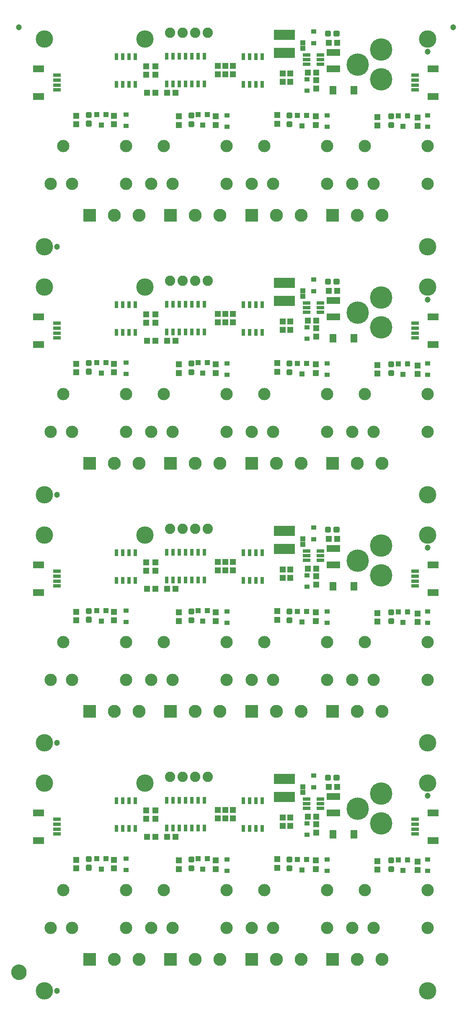
<source format=gts>
G04 EAGLE Gerber RS-274X export*
G75*
%MOMM*%
%FSLAX34Y34*%
%LPD*%
%INSoldermask Top*%
%IPPOS*%
%AMOC8*
5,1,8,0,0,1.08239X$1,22.5*%
G01*
%ADD10R,1.303200X1.203200*%
%ADD11R,1.033200X0.833200*%
%ADD12C,0.505344*%
%ADD13R,2.203200X1.403200*%
%ADD14R,1.553200X0.803200*%
%ADD15C,2.489200*%
%ADD16R,1.203200X1.303200*%
%ADD17C,3.505200*%
%ADD18R,1.003200X1.103200*%
%ADD19R,2.616200X2.616200*%
%ADD20C,2.616200*%
%ADD21C,1.203200*%
%ADD22C,2.082800*%
%ADD23R,0.803200X1.403200*%
%ADD24C,4.521200*%
%ADD25R,2.703200X1.403200*%
%ADD26R,1.473200X1.673200*%
%ADD27R,1.553200X0.753200*%
%ADD28R,1.103200X1.053200*%
%ADD29R,4.303200X2.053200*%
%ADD30C,1.270000*%
%ADD31C,1.703200*%


D10*
X273440Y336550D03*
X290440Y336550D03*
D11*
X190500Y291981D03*
X190500Y268981D03*
D12*
X119060Y277547D02*
X112080Y277547D01*
X119060Y277547D02*
X119060Y270567D01*
X112080Y270567D01*
X112080Y277547D01*
X112080Y275367D02*
X119060Y275367D01*
X119060Y295087D02*
X112080Y295087D01*
X119060Y295087D02*
X119060Y288107D01*
X112080Y288107D01*
X112080Y295087D01*
X112080Y292907D02*
X119060Y292907D01*
D13*
X811450Y328870D03*
X811450Y384870D03*
D14*
X774700Y341870D03*
X774700Y351870D03*
X774700Y361870D03*
X774700Y371870D03*
D13*
X14050Y384870D03*
X14050Y328870D03*
D14*
X50800Y371870D03*
X50800Y361870D03*
X50800Y351870D03*
X50800Y341870D03*
D15*
X63500Y228600D03*
X190500Y152400D03*
X190500Y228600D03*
X38100Y152400D03*
X81280Y152400D03*
D16*
X166370Y272766D03*
X166370Y289766D03*
X90170Y272766D03*
X90170Y289766D03*
D10*
X232800Y336550D03*
X249800Y336550D03*
D17*
X25400Y444500D03*
X800100Y444500D03*
D16*
X375920Y373770D03*
X375920Y390770D03*
D10*
X600084Y436880D03*
X617084Y436880D03*
D12*
X612594Y452440D02*
X612594Y459420D01*
X619574Y459420D01*
X619574Y452440D01*
X612594Y452440D01*
X612594Y457240D02*
X619574Y457240D01*
X595054Y459420D02*
X595054Y452440D01*
X595054Y459420D02*
X602034Y459420D01*
X602034Y452440D01*
X595054Y452440D01*
X595054Y457240D02*
X602034Y457240D01*
D18*
X150470Y291940D03*
X131470Y291940D03*
X140970Y270940D03*
D17*
X25400Y25400D03*
X800100Y25400D03*
D19*
X116840Y88900D03*
D20*
X166840Y88900D03*
X216840Y88900D03*
D21*
X50800Y25400D03*
X800100Y419100D03*
D22*
X355600Y457200D03*
X330200Y457200D03*
X304800Y457200D03*
X279400Y457200D03*
D23*
X209550Y409000D03*
X196850Y409000D03*
X184150Y409000D03*
X171450Y409000D03*
X171450Y353000D03*
X184150Y353000D03*
X196850Y353000D03*
X209550Y353000D03*
X466090Y409508D03*
X453390Y409508D03*
X440690Y409508D03*
X427990Y409508D03*
X427990Y353508D03*
X440690Y353508D03*
X453390Y353508D03*
X466090Y353508D03*
X273050Y354270D03*
X285750Y354270D03*
X298450Y354270D03*
X311150Y354270D03*
X323850Y354270D03*
X336550Y354270D03*
X349250Y354270D03*
X349250Y410270D03*
X336550Y410270D03*
X323850Y410270D03*
X311150Y410270D03*
X298450Y410270D03*
X285750Y410270D03*
X273050Y410270D03*
D15*
X266700Y228600D03*
X393700Y152400D03*
X393700Y228600D03*
X241300Y152400D03*
X284480Y152400D03*
X469900Y228600D03*
X596900Y152400D03*
X596900Y228600D03*
X444500Y152400D03*
X487680Y152400D03*
X673100Y228600D03*
X800100Y152400D03*
X800100Y228600D03*
X647700Y152400D03*
X690880Y152400D03*
D18*
X760070Y289400D03*
X741070Y289400D03*
X750570Y268400D03*
X555600Y290670D03*
X536600Y290670D03*
X546100Y269670D03*
X354940Y291940D03*
X335940Y291940D03*
X345440Y270940D03*
D16*
X391160Y373770D03*
X391160Y390770D03*
X406400Y373770D03*
X406400Y390770D03*
X231140Y372500D03*
X231140Y389500D03*
X250190Y372500D03*
X250190Y389500D03*
D11*
X596900Y290711D03*
X596900Y267711D03*
X800100Y290408D03*
X800100Y267408D03*
X394970Y290711D03*
X394970Y267711D03*
D16*
X372110Y271496D03*
X372110Y288496D03*
X574040Y271496D03*
X574040Y288496D03*
X779780Y269337D03*
X779780Y286337D03*
D12*
X326070Y276277D02*
X319090Y276277D01*
X326070Y276277D02*
X326070Y269297D01*
X319090Y269297D01*
X319090Y276277D01*
X319090Y274097D02*
X326070Y274097D01*
X326070Y293817D02*
X319090Y293817D01*
X326070Y293817D02*
X326070Y286837D01*
X319090Y286837D01*
X319090Y293817D01*
X319090Y291637D02*
X326070Y291637D01*
X517210Y276277D02*
X524190Y276277D01*
X524190Y269297D01*
X517210Y269297D01*
X517210Y276277D01*
X517210Y274097D02*
X524190Y274097D01*
X524190Y293817D02*
X517210Y293817D01*
X524190Y293817D02*
X524190Y286837D01*
X517210Y286837D01*
X517210Y293817D01*
X517210Y291637D02*
X524190Y291637D01*
X722950Y274704D02*
X729930Y274704D01*
X729930Y267724D01*
X722950Y267724D01*
X722950Y274704D01*
X722950Y272524D02*
X729930Y272524D01*
X729930Y292244D02*
X722950Y292244D01*
X729930Y292244D02*
X729930Y285264D01*
X722950Y285264D01*
X722950Y292244D01*
X722950Y290064D02*
X729930Y290064D01*
D16*
X297180Y271496D03*
X297180Y288496D03*
X496570Y274036D03*
X496570Y291036D03*
X698500Y269923D03*
X698500Y286923D03*
D19*
X280670Y88900D03*
D20*
X330670Y88900D03*
X380670Y88900D03*
D19*
X444500Y88900D03*
D20*
X494500Y88900D03*
X544500Y88900D03*
D19*
X608330Y88900D03*
D20*
X658330Y88900D03*
X708330Y88900D03*
D24*
X706120Y363380D03*
X706120Y423380D03*
X659120Y393380D03*
D16*
X522986Y375530D03*
X522986Y358530D03*
X507746Y375530D03*
X507746Y358530D03*
D25*
X609854Y417566D03*
X609854Y384566D03*
D26*
X651674Y341376D03*
X608674Y341376D03*
D27*
X555971Y412598D03*
X555971Y403098D03*
X555971Y393598D03*
X583473Y393598D03*
X583473Y403098D03*
X583473Y412598D03*
D28*
X548132Y425746D03*
X548132Y437346D03*
D29*
X510540Y453390D03*
X511040Y416890D03*
D16*
X575310Y344560D03*
X575310Y361560D03*
D10*
X574920Y377190D03*
X557920Y377190D03*
D11*
X569722Y436556D03*
X569722Y459556D03*
D17*
X228600Y444500D03*
D11*
X556260Y340290D03*
X556260Y363290D03*
D10*
X273440Y836930D03*
X290440Y836930D03*
D11*
X190500Y792361D03*
X190500Y769361D03*
D12*
X119060Y777927D02*
X112080Y777927D01*
X119060Y777927D02*
X119060Y770947D01*
X112080Y770947D01*
X112080Y777927D01*
X112080Y775747D02*
X119060Y775747D01*
X119060Y795467D02*
X112080Y795467D01*
X119060Y795467D02*
X119060Y788487D01*
X112080Y788487D01*
X112080Y795467D01*
X112080Y793287D02*
X119060Y793287D01*
D13*
X811450Y829250D03*
X811450Y885250D03*
D14*
X774700Y842250D03*
X774700Y852250D03*
X774700Y862250D03*
X774700Y872250D03*
D13*
X14050Y885250D03*
X14050Y829250D03*
D14*
X50800Y872250D03*
X50800Y862250D03*
X50800Y852250D03*
X50800Y842250D03*
D15*
X63500Y728980D03*
X190500Y652780D03*
X190500Y728980D03*
X38100Y652780D03*
X81280Y652780D03*
D16*
X166370Y773146D03*
X166370Y790146D03*
X90170Y773146D03*
X90170Y790146D03*
D10*
X232800Y836930D03*
X249800Y836930D03*
D17*
X25400Y944880D03*
X800100Y944880D03*
D16*
X375920Y874150D03*
X375920Y891150D03*
D10*
X600084Y937260D03*
X617084Y937260D03*
D12*
X612594Y952820D02*
X612594Y959800D01*
X619574Y959800D01*
X619574Y952820D01*
X612594Y952820D01*
X612594Y957620D02*
X619574Y957620D01*
X595054Y959800D02*
X595054Y952820D01*
X595054Y959800D02*
X602034Y959800D01*
X602034Y952820D01*
X595054Y952820D01*
X595054Y957620D02*
X602034Y957620D01*
D18*
X150470Y792320D03*
X131470Y792320D03*
X140970Y771320D03*
D17*
X25400Y525780D03*
X800100Y525780D03*
D19*
X116840Y589280D03*
D20*
X166840Y589280D03*
X216840Y589280D03*
D21*
X50800Y525780D03*
X800100Y919480D03*
D22*
X355600Y957580D03*
X330200Y957580D03*
X304800Y957580D03*
X279400Y957580D03*
D23*
X209550Y909380D03*
X196850Y909380D03*
X184150Y909380D03*
X171450Y909380D03*
X171450Y853380D03*
X184150Y853380D03*
X196850Y853380D03*
X209550Y853380D03*
X466090Y909888D03*
X453390Y909888D03*
X440690Y909888D03*
X427990Y909888D03*
X427990Y853888D03*
X440690Y853888D03*
X453390Y853888D03*
X466090Y853888D03*
X273050Y854650D03*
X285750Y854650D03*
X298450Y854650D03*
X311150Y854650D03*
X323850Y854650D03*
X336550Y854650D03*
X349250Y854650D03*
X349250Y910650D03*
X336550Y910650D03*
X323850Y910650D03*
X311150Y910650D03*
X298450Y910650D03*
X285750Y910650D03*
X273050Y910650D03*
D15*
X266700Y728980D03*
X393700Y652780D03*
X393700Y728980D03*
X241300Y652780D03*
X284480Y652780D03*
X469900Y728980D03*
X596900Y652780D03*
X596900Y728980D03*
X444500Y652780D03*
X487680Y652780D03*
X673100Y728980D03*
X800100Y652780D03*
X800100Y728980D03*
X647700Y652780D03*
X690880Y652780D03*
D18*
X760070Y789780D03*
X741070Y789780D03*
X750570Y768780D03*
X555600Y791050D03*
X536600Y791050D03*
X546100Y770050D03*
X354940Y792320D03*
X335940Y792320D03*
X345440Y771320D03*
D16*
X391160Y874150D03*
X391160Y891150D03*
X406400Y874150D03*
X406400Y891150D03*
X231140Y872880D03*
X231140Y889880D03*
X250190Y872880D03*
X250190Y889880D03*
D11*
X596900Y791091D03*
X596900Y768091D03*
X800100Y790788D03*
X800100Y767788D03*
X394970Y791091D03*
X394970Y768091D03*
D16*
X372110Y771876D03*
X372110Y788876D03*
X574040Y771876D03*
X574040Y788876D03*
X779780Y769717D03*
X779780Y786717D03*
D12*
X326070Y776657D02*
X319090Y776657D01*
X326070Y776657D02*
X326070Y769677D01*
X319090Y769677D01*
X319090Y776657D01*
X319090Y774477D02*
X326070Y774477D01*
X326070Y794197D02*
X319090Y794197D01*
X326070Y794197D02*
X326070Y787217D01*
X319090Y787217D01*
X319090Y794197D01*
X319090Y792017D02*
X326070Y792017D01*
X517210Y776657D02*
X524190Y776657D01*
X524190Y769677D01*
X517210Y769677D01*
X517210Y776657D01*
X517210Y774477D02*
X524190Y774477D01*
X524190Y794197D02*
X517210Y794197D01*
X524190Y794197D02*
X524190Y787217D01*
X517210Y787217D01*
X517210Y794197D01*
X517210Y792017D02*
X524190Y792017D01*
X722950Y775084D02*
X729930Y775084D01*
X729930Y768104D01*
X722950Y768104D01*
X722950Y775084D01*
X722950Y772904D02*
X729930Y772904D01*
X729930Y792624D02*
X722950Y792624D01*
X729930Y792624D02*
X729930Y785644D01*
X722950Y785644D01*
X722950Y792624D01*
X722950Y790444D02*
X729930Y790444D01*
D16*
X297180Y771876D03*
X297180Y788876D03*
X496570Y774416D03*
X496570Y791416D03*
X698500Y770303D03*
X698500Y787303D03*
D19*
X280670Y589280D03*
D20*
X330670Y589280D03*
X380670Y589280D03*
D19*
X444500Y589280D03*
D20*
X494500Y589280D03*
X544500Y589280D03*
D19*
X608330Y589280D03*
D20*
X658330Y589280D03*
X708330Y589280D03*
D24*
X706120Y863760D03*
X706120Y923760D03*
X659120Y893760D03*
D16*
X522986Y875910D03*
X522986Y858910D03*
X507746Y875910D03*
X507746Y858910D03*
D25*
X609854Y917946D03*
X609854Y884946D03*
D26*
X651674Y841756D03*
X608674Y841756D03*
D27*
X555971Y912978D03*
X555971Y903478D03*
X555971Y893978D03*
X583473Y893978D03*
X583473Y903478D03*
X583473Y912978D03*
D28*
X548132Y926126D03*
X548132Y937726D03*
D29*
X510540Y953770D03*
X511040Y917270D03*
D16*
X575310Y844940D03*
X575310Y861940D03*
D10*
X574920Y877570D03*
X557920Y877570D03*
D11*
X569722Y936936D03*
X569722Y959936D03*
D17*
X228600Y944880D03*
D11*
X556260Y840670D03*
X556260Y863670D03*
D10*
X273440Y1337310D03*
X290440Y1337310D03*
D11*
X190500Y1292741D03*
X190500Y1269741D03*
D12*
X119060Y1278307D02*
X112080Y1278307D01*
X119060Y1278307D02*
X119060Y1271327D01*
X112080Y1271327D01*
X112080Y1278307D01*
X112080Y1276127D02*
X119060Y1276127D01*
X119060Y1295847D02*
X112080Y1295847D01*
X119060Y1295847D02*
X119060Y1288867D01*
X112080Y1288867D01*
X112080Y1295847D01*
X112080Y1293667D02*
X119060Y1293667D01*
D13*
X811450Y1329630D03*
X811450Y1385630D03*
D14*
X774700Y1342630D03*
X774700Y1352630D03*
X774700Y1362630D03*
X774700Y1372630D03*
D13*
X14050Y1385630D03*
X14050Y1329630D03*
D14*
X50800Y1372630D03*
X50800Y1362630D03*
X50800Y1352630D03*
X50800Y1342630D03*
D15*
X63500Y1229360D03*
X190500Y1153160D03*
X190500Y1229360D03*
X38100Y1153160D03*
X81280Y1153160D03*
D16*
X166370Y1273526D03*
X166370Y1290526D03*
X90170Y1273526D03*
X90170Y1290526D03*
D10*
X232800Y1337310D03*
X249800Y1337310D03*
D17*
X25400Y1445260D03*
X800100Y1445260D03*
D16*
X375920Y1374530D03*
X375920Y1391530D03*
D10*
X600084Y1437640D03*
X617084Y1437640D03*
D12*
X612594Y1453200D02*
X612594Y1460180D01*
X619574Y1460180D01*
X619574Y1453200D01*
X612594Y1453200D01*
X612594Y1458000D02*
X619574Y1458000D01*
X595054Y1460180D02*
X595054Y1453200D01*
X595054Y1460180D02*
X602034Y1460180D01*
X602034Y1453200D01*
X595054Y1453200D01*
X595054Y1458000D02*
X602034Y1458000D01*
D18*
X150470Y1292700D03*
X131470Y1292700D03*
X140970Y1271700D03*
D17*
X25400Y1026160D03*
X800100Y1026160D03*
D19*
X116840Y1089660D03*
D20*
X166840Y1089660D03*
X216840Y1089660D03*
D21*
X50800Y1026160D03*
X800100Y1419860D03*
D22*
X355600Y1457960D03*
X330200Y1457960D03*
X304800Y1457960D03*
X279400Y1457960D03*
D23*
X209550Y1409760D03*
X196850Y1409760D03*
X184150Y1409760D03*
X171450Y1409760D03*
X171450Y1353760D03*
X184150Y1353760D03*
X196850Y1353760D03*
X209550Y1353760D03*
X466090Y1410268D03*
X453390Y1410268D03*
X440690Y1410268D03*
X427990Y1410268D03*
X427990Y1354268D03*
X440690Y1354268D03*
X453390Y1354268D03*
X466090Y1354268D03*
X273050Y1355030D03*
X285750Y1355030D03*
X298450Y1355030D03*
X311150Y1355030D03*
X323850Y1355030D03*
X336550Y1355030D03*
X349250Y1355030D03*
X349250Y1411030D03*
X336550Y1411030D03*
X323850Y1411030D03*
X311150Y1411030D03*
X298450Y1411030D03*
X285750Y1411030D03*
X273050Y1411030D03*
D15*
X266700Y1229360D03*
X393700Y1153160D03*
X393700Y1229360D03*
X241300Y1153160D03*
X284480Y1153160D03*
X469900Y1229360D03*
X596900Y1153160D03*
X596900Y1229360D03*
X444500Y1153160D03*
X487680Y1153160D03*
X673100Y1229360D03*
X800100Y1153160D03*
X800100Y1229360D03*
X647700Y1153160D03*
X690880Y1153160D03*
D18*
X760070Y1290160D03*
X741070Y1290160D03*
X750570Y1269160D03*
X555600Y1291430D03*
X536600Y1291430D03*
X546100Y1270430D03*
X354940Y1292700D03*
X335940Y1292700D03*
X345440Y1271700D03*
D16*
X391160Y1374530D03*
X391160Y1391530D03*
X406400Y1374530D03*
X406400Y1391530D03*
X231140Y1373260D03*
X231140Y1390260D03*
X250190Y1373260D03*
X250190Y1390260D03*
D11*
X596900Y1291471D03*
X596900Y1268471D03*
X800100Y1291168D03*
X800100Y1268168D03*
X394970Y1291471D03*
X394970Y1268471D03*
D16*
X372110Y1272256D03*
X372110Y1289256D03*
X574040Y1272256D03*
X574040Y1289256D03*
X779780Y1270097D03*
X779780Y1287097D03*
D12*
X326070Y1277037D02*
X319090Y1277037D01*
X326070Y1277037D02*
X326070Y1270057D01*
X319090Y1270057D01*
X319090Y1277037D01*
X319090Y1274857D02*
X326070Y1274857D01*
X326070Y1294577D02*
X319090Y1294577D01*
X326070Y1294577D02*
X326070Y1287597D01*
X319090Y1287597D01*
X319090Y1294577D01*
X319090Y1292397D02*
X326070Y1292397D01*
X517210Y1277037D02*
X524190Y1277037D01*
X524190Y1270057D01*
X517210Y1270057D01*
X517210Y1277037D01*
X517210Y1274857D02*
X524190Y1274857D01*
X524190Y1294577D02*
X517210Y1294577D01*
X524190Y1294577D02*
X524190Y1287597D01*
X517210Y1287597D01*
X517210Y1294577D01*
X517210Y1292397D02*
X524190Y1292397D01*
X722950Y1275464D02*
X729930Y1275464D01*
X729930Y1268484D01*
X722950Y1268484D01*
X722950Y1275464D01*
X722950Y1273284D02*
X729930Y1273284D01*
X729930Y1293004D02*
X722950Y1293004D01*
X729930Y1293004D02*
X729930Y1286024D01*
X722950Y1286024D01*
X722950Y1293004D01*
X722950Y1290824D02*
X729930Y1290824D01*
D16*
X297180Y1272256D03*
X297180Y1289256D03*
X496570Y1274796D03*
X496570Y1291796D03*
X698500Y1270683D03*
X698500Y1287683D03*
D19*
X280670Y1089660D03*
D20*
X330670Y1089660D03*
X380670Y1089660D03*
D19*
X444500Y1089660D03*
D20*
X494500Y1089660D03*
X544500Y1089660D03*
D19*
X608330Y1089660D03*
D20*
X658330Y1089660D03*
X708330Y1089660D03*
D24*
X706120Y1364140D03*
X706120Y1424140D03*
X659120Y1394140D03*
D16*
X522986Y1376290D03*
X522986Y1359290D03*
X507746Y1376290D03*
X507746Y1359290D03*
D25*
X609854Y1418326D03*
X609854Y1385326D03*
D26*
X651674Y1342136D03*
X608674Y1342136D03*
D27*
X555971Y1413358D03*
X555971Y1403858D03*
X555971Y1394358D03*
X583473Y1394358D03*
X583473Y1403858D03*
X583473Y1413358D03*
D28*
X548132Y1426506D03*
X548132Y1438106D03*
D29*
X510540Y1454150D03*
X511040Y1417650D03*
D16*
X575310Y1345320D03*
X575310Y1362320D03*
D10*
X574920Y1377950D03*
X557920Y1377950D03*
D11*
X569722Y1437316D03*
X569722Y1460316D03*
D17*
X228600Y1445260D03*
D11*
X556260Y1341050D03*
X556260Y1364050D03*
D10*
X273440Y1837690D03*
X290440Y1837690D03*
D11*
X190500Y1793121D03*
X190500Y1770121D03*
D12*
X119060Y1778687D02*
X112080Y1778687D01*
X119060Y1778687D02*
X119060Y1771707D01*
X112080Y1771707D01*
X112080Y1778687D01*
X112080Y1776507D02*
X119060Y1776507D01*
X119060Y1796227D02*
X112080Y1796227D01*
X119060Y1796227D02*
X119060Y1789247D01*
X112080Y1789247D01*
X112080Y1796227D01*
X112080Y1794047D02*
X119060Y1794047D01*
D13*
X811450Y1830010D03*
X811450Y1886010D03*
D14*
X774700Y1843010D03*
X774700Y1853010D03*
X774700Y1863010D03*
X774700Y1873010D03*
D13*
X14050Y1886010D03*
X14050Y1830010D03*
D14*
X50800Y1873010D03*
X50800Y1863010D03*
X50800Y1853010D03*
X50800Y1843010D03*
D15*
X63500Y1729740D03*
X190500Y1653540D03*
X190500Y1729740D03*
X38100Y1653540D03*
X81280Y1653540D03*
D16*
X166370Y1773906D03*
X166370Y1790906D03*
X90170Y1773906D03*
X90170Y1790906D03*
D10*
X232800Y1837690D03*
X249800Y1837690D03*
D17*
X25400Y1945640D03*
X800100Y1945640D03*
D16*
X375920Y1874910D03*
X375920Y1891910D03*
D10*
X600084Y1938020D03*
X617084Y1938020D03*
D12*
X612594Y1953580D02*
X612594Y1960560D01*
X619574Y1960560D01*
X619574Y1953580D01*
X612594Y1953580D01*
X612594Y1958380D02*
X619574Y1958380D01*
X595054Y1960560D02*
X595054Y1953580D01*
X595054Y1960560D02*
X602034Y1960560D01*
X602034Y1953580D01*
X595054Y1953580D01*
X595054Y1958380D02*
X602034Y1958380D01*
D18*
X150470Y1793080D03*
X131470Y1793080D03*
X140970Y1772080D03*
D17*
X25400Y1526540D03*
X800100Y1526540D03*
D19*
X116840Y1590040D03*
D20*
X166840Y1590040D03*
X216840Y1590040D03*
D21*
X50800Y1526540D03*
X800100Y1920240D03*
D22*
X355600Y1958340D03*
X330200Y1958340D03*
X304800Y1958340D03*
X279400Y1958340D03*
D23*
X209550Y1910140D03*
X196850Y1910140D03*
X184150Y1910140D03*
X171450Y1910140D03*
X171450Y1854140D03*
X184150Y1854140D03*
X196850Y1854140D03*
X209550Y1854140D03*
X466090Y1910648D03*
X453390Y1910648D03*
X440690Y1910648D03*
X427990Y1910648D03*
X427990Y1854648D03*
X440690Y1854648D03*
X453390Y1854648D03*
X466090Y1854648D03*
X273050Y1855410D03*
X285750Y1855410D03*
X298450Y1855410D03*
X311150Y1855410D03*
X323850Y1855410D03*
X336550Y1855410D03*
X349250Y1855410D03*
X349250Y1911410D03*
X336550Y1911410D03*
X323850Y1911410D03*
X311150Y1911410D03*
X298450Y1911410D03*
X285750Y1911410D03*
X273050Y1911410D03*
D15*
X266700Y1729740D03*
X393700Y1653540D03*
X393700Y1729740D03*
X241300Y1653540D03*
X284480Y1653540D03*
X469900Y1729740D03*
X596900Y1653540D03*
X596900Y1729740D03*
X444500Y1653540D03*
X487680Y1653540D03*
X673100Y1729740D03*
X800100Y1653540D03*
X800100Y1729740D03*
X647700Y1653540D03*
X690880Y1653540D03*
D18*
X760070Y1790540D03*
X741070Y1790540D03*
X750570Y1769540D03*
X555600Y1791810D03*
X536600Y1791810D03*
X546100Y1770810D03*
X354940Y1793080D03*
X335940Y1793080D03*
X345440Y1772080D03*
D16*
X391160Y1874910D03*
X391160Y1891910D03*
X406400Y1874910D03*
X406400Y1891910D03*
X231140Y1873640D03*
X231140Y1890640D03*
X250190Y1873640D03*
X250190Y1890640D03*
D11*
X596900Y1791851D03*
X596900Y1768851D03*
X800100Y1791548D03*
X800100Y1768548D03*
X394970Y1791851D03*
X394970Y1768851D03*
D16*
X372110Y1772636D03*
X372110Y1789636D03*
X574040Y1772636D03*
X574040Y1789636D03*
X779780Y1770477D03*
X779780Y1787477D03*
D12*
X326070Y1777417D02*
X319090Y1777417D01*
X326070Y1777417D02*
X326070Y1770437D01*
X319090Y1770437D01*
X319090Y1777417D01*
X319090Y1775237D02*
X326070Y1775237D01*
X326070Y1794957D02*
X319090Y1794957D01*
X326070Y1794957D02*
X326070Y1787977D01*
X319090Y1787977D01*
X319090Y1794957D01*
X319090Y1792777D02*
X326070Y1792777D01*
X517210Y1777417D02*
X524190Y1777417D01*
X524190Y1770437D01*
X517210Y1770437D01*
X517210Y1777417D01*
X517210Y1775237D02*
X524190Y1775237D01*
X524190Y1794957D02*
X517210Y1794957D01*
X524190Y1794957D02*
X524190Y1787977D01*
X517210Y1787977D01*
X517210Y1794957D01*
X517210Y1792777D02*
X524190Y1792777D01*
X722950Y1775844D02*
X729930Y1775844D01*
X729930Y1768864D01*
X722950Y1768864D01*
X722950Y1775844D01*
X722950Y1773664D02*
X729930Y1773664D01*
X729930Y1793384D02*
X722950Y1793384D01*
X729930Y1793384D02*
X729930Y1786404D01*
X722950Y1786404D01*
X722950Y1793384D01*
X722950Y1791204D02*
X729930Y1791204D01*
D16*
X297180Y1772636D03*
X297180Y1789636D03*
X496570Y1775176D03*
X496570Y1792176D03*
X698500Y1771063D03*
X698500Y1788063D03*
D19*
X280670Y1590040D03*
D20*
X330670Y1590040D03*
X380670Y1590040D03*
D19*
X444500Y1590040D03*
D20*
X494500Y1590040D03*
X544500Y1590040D03*
D19*
X608330Y1590040D03*
D20*
X658330Y1590040D03*
X708330Y1590040D03*
D24*
X706120Y1864520D03*
X706120Y1924520D03*
X659120Y1894520D03*
D16*
X522986Y1876670D03*
X522986Y1859670D03*
X507746Y1876670D03*
X507746Y1859670D03*
D25*
X609854Y1918706D03*
X609854Y1885706D03*
D26*
X651674Y1842516D03*
X608674Y1842516D03*
D27*
X555971Y1913738D03*
X555971Y1904238D03*
X555971Y1894738D03*
X583473Y1894738D03*
X583473Y1904238D03*
X583473Y1913738D03*
D28*
X548132Y1926886D03*
X548132Y1938486D03*
D29*
X510540Y1954530D03*
X511040Y1918030D03*
D16*
X575310Y1845700D03*
X575310Y1862700D03*
D10*
X574920Y1878330D03*
X557920Y1878330D03*
D11*
X569722Y1937696D03*
X569722Y1960696D03*
D17*
X228600Y1945640D03*
D11*
X556260Y1841430D03*
X556260Y1864430D03*
D21*
X-26238Y1969770D03*
X851738Y1969770D03*
D30*
X-35293Y63500D02*
X-35290Y63722D01*
X-35282Y63944D01*
X-35268Y64166D01*
X-35249Y64388D01*
X-35225Y64608D01*
X-35195Y64829D01*
X-35160Y65048D01*
X-35119Y65267D01*
X-35073Y65484D01*
X-35022Y65700D01*
X-34965Y65915D01*
X-34903Y66129D01*
X-34836Y66340D01*
X-34764Y66551D01*
X-34686Y66759D01*
X-34604Y66965D01*
X-34516Y67169D01*
X-34424Y67372D01*
X-34326Y67571D01*
X-34224Y67768D01*
X-34117Y67963D01*
X-34005Y68155D01*
X-33888Y68344D01*
X-33767Y68531D01*
X-33641Y68714D01*
X-33511Y68894D01*
X-33376Y69071D01*
X-33238Y69244D01*
X-33095Y69414D01*
X-32947Y69581D01*
X-32796Y69744D01*
X-32641Y69903D01*
X-32482Y70058D01*
X-32319Y70209D01*
X-32152Y70357D01*
X-31982Y70500D01*
X-31809Y70638D01*
X-31632Y70773D01*
X-31452Y70903D01*
X-31269Y71029D01*
X-31082Y71150D01*
X-30893Y71267D01*
X-30701Y71379D01*
X-30506Y71486D01*
X-30309Y71588D01*
X-30110Y71686D01*
X-29907Y71778D01*
X-29703Y71866D01*
X-29497Y71948D01*
X-29289Y72026D01*
X-29078Y72098D01*
X-28867Y72165D01*
X-28653Y72227D01*
X-28438Y72284D01*
X-28222Y72335D01*
X-28005Y72381D01*
X-27786Y72422D01*
X-27567Y72457D01*
X-27346Y72487D01*
X-27126Y72511D01*
X-26904Y72530D01*
X-26682Y72544D01*
X-26460Y72552D01*
X-26238Y72555D01*
X-26016Y72552D01*
X-25794Y72544D01*
X-25572Y72530D01*
X-25350Y72511D01*
X-25130Y72487D01*
X-24909Y72457D01*
X-24690Y72422D01*
X-24471Y72381D01*
X-24254Y72335D01*
X-24038Y72284D01*
X-23823Y72227D01*
X-23609Y72165D01*
X-23398Y72098D01*
X-23187Y72026D01*
X-22979Y71948D01*
X-22773Y71866D01*
X-22569Y71778D01*
X-22366Y71686D01*
X-22167Y71588D01*
X-21970Y71486D01*
X-21775Y71379D01*
X-21583Y71267D01*
X-21394Y71150D01*
X-21207Y71029D01*
X-21024Y70903D01*
X-20844Y70773D01*
X-20667Y70638D01*
X-20494Y70500D01*
X-20324Y70357D01*
X-20157Y70209D01*
X-19994Y70058D01*
X-19835Y69903D01*
X-19680Y69744D01*
X-19529Y69581D01*
X-19381Y69414D01*
X-19238Y69244D01*
X-19100Y69071D01*
X-18965Y68894D01*
X-18835Y68714D01*
X-18709Y68531D01*
X-18588Y68344D01*
X-18471Y68155D01*
X-18359Y67963D01*
X-18252Y67768D01*
X-18150Y67571D01*
X-18052Y67372D01*
X-17960Y67169D01*
X-17872Y66965D01*
X-17790Y66759D01*
X-17712Y66551D01*
X-17640Y66340D01*
X-17573Y66129D01*
X-17511Y65915D01*
X-17454Y65700D01*
X-17403Y65484D01*
X-17357Y65267D01*
X-17316Y65048D01*
X-17281Y64829D01*
X-17251Y64608D01*
X-17227Y64388D01*
X-17208Y64166D01*
X-17194Y63944D01*
X-17186Y63722D01*
X-17183Y63500D01*
X-17186Y63278D01*
X-17194Y63056D01*
X-17208Y62834D01*
X-17227Y62612D01*
X-17251Y62392D01*
X-17281Y62171D01*
X-17316Y61952D01*
X-17357Y61733D01*
X-17403Y61516D01*
X-17454Y61300D01*
X-17511Y61085D01*
X-17573Y60871D01*
X-17640Y60660D01*
X-17712Y60449D01*
X-17790Y60241D01*
X-17872Y60035D01*
X-17960Y59831D01*
X-18052Y59628D01*
X-18150Y59429D01*
X-18252Y59232D01*
X-18359Y59037D01*
X-18471Y58845D01*
X-18588Y58656D01*
X-18709Y58469D01*
X-18835Y58286D01*
X-18965Y58106D01*
X-19100Y57929D01*
X-19238Y57756D01*
X-19381Y57586D01*
X-19529Y57419D01*
X-19680Y57256D01*
X-19835Y57097D01*
X-19994Y56942D01*
X-20157Y56791D01*
X-20324Y56643D01*
X-20494Y56500D01*
X-20667Y56362D01*
X-20844Y56227D01*
X-21024Y56097D01*
X-21207Y55971D01*
X-21394Y55850D01*
X-21583Y55733D01*
X-21775Y55621D01*
X-21970Y55514D01*
X-22167Y55412D01*
X-22366Y55314D01*
X-22569Y55222D01*
X-22773Y55134D01*
X-22979Y55052D01*
X-23187Y54974D01*
X-23398Y54902D01*
X-23609Y54835D01*
X-23823Y54773D01*
X-24038Y54716D01*
X-24254Y54665D01*
X-24471Y54619D01*
X-24690Y54578D01*
X-24909Y54543D01*
X-25130Y54513D01*
X-25350Y54489D01*
X-25572Y54470D01*
X-25794Y54456D01*
X-26016Y54448D01*
X-26238Y54445D01*
X-26460Y54448D01*
X-26682Y54456D01*
X-26904Y54470D01*
X-27126Y54489D01*
X-27346Y54513D01*
X-27567Y54543D01*
X-27786Y54578D01*
X-28005Y54619D01*
X-28222Y54665D01*
X-28438Y54716D01*
X-28653Y54773D01*
X-28867Y54835D01*
X-29078Y54902D01*
X-29289Y54974D01*
X-29497Y55052D01*
X-29703Y55134D01*
X-29907Y55222D01*
X-30110Y55314D01*
X-30309Y55412D01*
X-30506Y55514D01*
X-30701Y55621D01*
X-30893Y55733D01*
X-31082Y55850D01*
X-31269Y55971D01*
X-31452Y56097D01*
X-31632Y56227D01*
X-31809Y56362D01*
X-31982Y56500D01*
X-32152Y56643D01*
X-32319Y56791D01*
X-32482Y56942D01*
X-32641Y57097D01*
X-32796Y57256D01*
X-32947Y57419D01*
X-33095Y57586D01*
X-33238Y57756D01*
X-33376Y57929D01*
X-33511Y58106D01*
X-33641Y58286D01*
X-33767Y58469D01*
X-33888Y58656D01*
X-34005Y58845D01*
X-34117Y59037D01*
X-34224Y59232D01*
X-34326Y59429D01*
X-34424Y59628D01*
X-34516Y59831D01*
X-34604Y60035D01*
X-34686Y60241D01*
X-34764Y60449D01*
X-34836Y60660D01*
X-34903Y60871D01*
X-34965Y61085D01*
X-35022Y61300D01*
X-35073Y61516D01*
X-35119Y61733D01*
X-35160Y61952D01*
X-35195Y62171D01*
X-35225Y62392D01*
X-35249Y62612D01*
X-35268Y62834D01*
X-35282Y63056D01*
X-35290Y63278D01*
X-35293Y63500D01*
D31*
X-26238Y63500D03*
M02*

</source>
